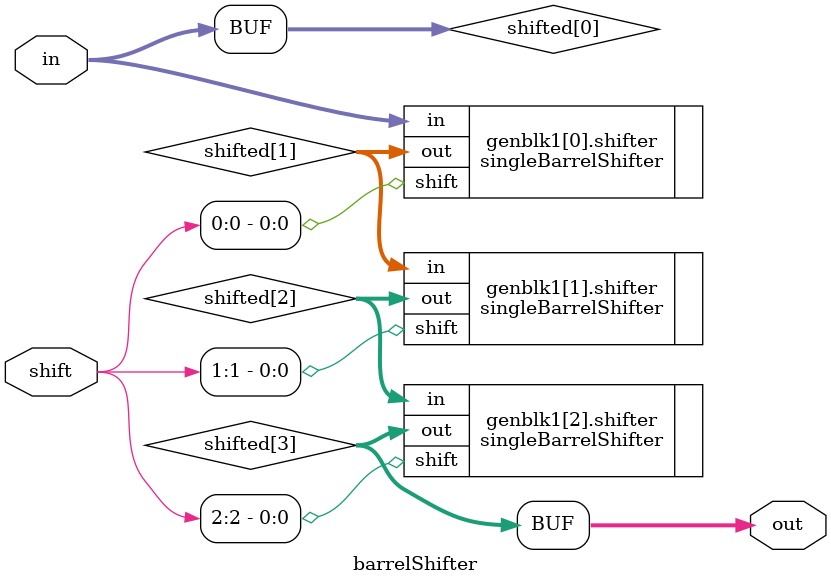
<source format=v>
module barrelShifter
  #(
    parameter nShifts = 3,
    parameter nBits = 8
    )
   (
    input wire[nBits-1:0] in,
    input wire[nShifts-1:0] shift,
    output wire[nBits-1:0] out
    );

   wire [nBits-1:0] 	   shifted[nShifts:0];
   assign shifted[0] = in;

   genvar 		   i;

   generate
      for(i = 0; i < nShifts; i = i + 1) begin
	 singleBarrelShifter #(.nShifts(i+1), .nBits(nBits)) shifter (.in(shifted[i]),.shift(shift[i]),.out(shifted[i+1]));
      end
   endgenerate

   assign out = shifted[nShifts];
endmodule
   
   

</source>
